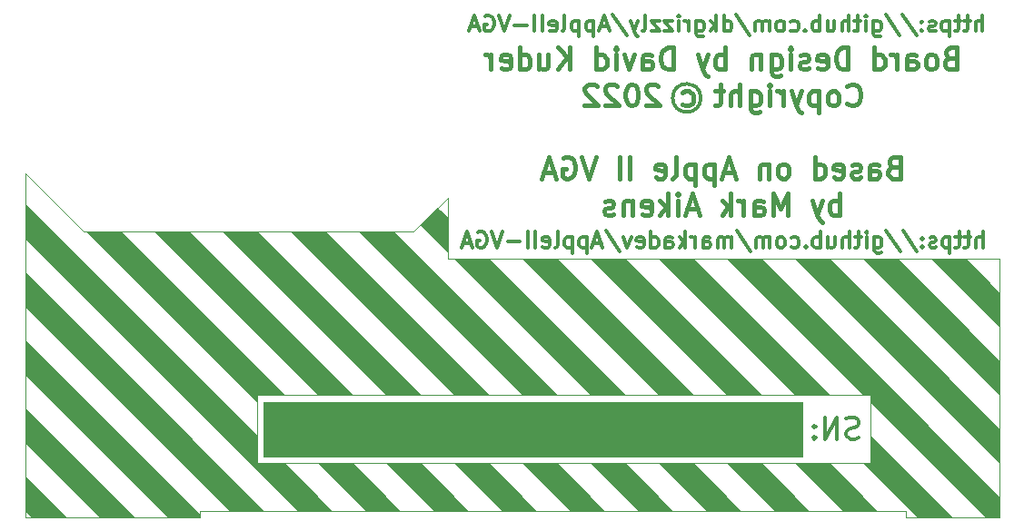
<source format=gbo>
%TF.GenerationSoftware,KiCad,Pcbnew,(5.1.10)-1*%
%TF.CreationDate,2023-04-17T01:05:29-04:00*%
%TF.ProjectId,V2-Analog-Rev1,56322d41-6e61-46c6-9f67-2d526576312e,rev?*%
%TF.SameCoordinates,Original*%
%TF.FileFunction,Legend,Bot*%
%TF.FilePolarity,Positive*%
%FSLAX46Y46*%
G04 Gerber Fmt 4.6, Leading zero omitted, Abs format (unit mm)*
G04 Created by KiCad (PCBNEW (5.1.10)-1) date 2023-04-17 01:05:29*
%MOMM*%
%LPD*%
G01*
G04 APERTURE LIST*
%ADD10C,0.120000*%
%ADD11C,0.100000*%
%ADD12C,0.300000*%
%ADD13C,0.400000*%
G04 APERTURE END LIST*
D10*
X109204000Y-125433000D02*
X109204000Y-126068000D01*
X183753000Y-101938000D02*
X183753000Y-126068000D01*
X174990000Y-126068000D02*
X183753000Y-126068000D01*
X174990000Y-125433000D02*
X174990000Y-126068000D01*
X109204000Y-125433000D02*
X174990000Y-125433000D01*
X92948000Y-126068000D02*
X109204000Y-126068000D01*
X92948000Y-93937000D02*
X92948000Y-126068000D01*
X98409000Y-99398000D02*
X92948000Y-93937000D01*
X129143000Y-99398000D02*
X98409000Y-99398000D01*
X132318000Y-96223000D02*
X129143000Y-99398000D01*
X132318000Y-101938000D02*
X132318000Y-96223000D01*
X183753000Y-101938000D02*
X132318000Y-101938000D01*
D11*
G36*
X132318000Y-98128000D02*
G01*
X132318000Y-101303000D01*
X129778000Y-98763000D01*
X131365500Y-97175500D01*
X132318000Y-98128000D01*
G37*
X132318000Y-98128000D02*
X132318000Y-101303000D01*
X129778000Y-98763000D01*
X131365500Y-97175500D01*
X132318000Y-98128000D01*
G36*
X179308000Y-126068000D02*
G01*
X176133000Y-126068000D01*
X171053000Y-120988000D01*
X171688000Y-120988000D01*
X171688000Y-118448000D01*
X179308000Y-126068000D01*
G37*
X179308000Y-126068000D02*
X176133000Y-126068000D01*
X171053000Y-120988000D01*
X171688000Y-120988000D01*
X171688000Y-118448000D01*
X179308000Y-126068000D01*
G36*
X172323000Y-125433000D02*
G01*
X169148000Y-125433000D01*
X164703000Y-120988000D01*
X167878000Y-120988000D01*
X172323000Y-125433000D01*
G37*
X172323000Y-125433000D02*
X169148000Y-125433000D01*
X164703000Y-120988000D01*
X167878000Y-120988000D01*
X172323000Y-125433000D01*
G36*
X165973000Y-125433000D02*
G01*
X162798000Y-125433000D01*
X158353000Y-120988000D01*
X161528000Y-120988000D01*
X165973000Y-125433000D01*
G37*
X165973000Y-125433000D02*
X162798000Y-125433000D01*
X158353000Y-120988000D01*
X161528000Y-120988000D01*
X165973000Y-125433000D01*
G36*
X159623000Y-125433000D02*
G01*
X156448000Y-125433000D01*
X152003000Y-120988000D01*
X155178000Y-120988000D01*
X159623000Y-125433000D01*
G37*
X159623000Y-125433000D02*
X156448000Y-125433000D01*
X152003000Y-120988000D01*
X155178000Y-120988000D01*
X159623000Y-125433000D01*
G36*
X153273000Y-125433000D02*
G01*
X150098000Y-125433000D01*
X145653000Y-120988000D01*
X148828000Y-120988000D01*
X153273000Y-125433000D01*
G37*
X153273000Y-125433000D02*
X150098000Y-125433000D01*
X145653000Y-120988000D01*
X148828000Y-120988000D01*
X153273000Y-125433000D01*
G36*
X146923000Y-125433000D02*
G01*
X143748000Y-125433000D01*
X139303000Y-120988000D01*
X142478000Y-120988000D01*
X146923000Y-125433000D01*
G37*
X146923000Y-125433000D02*
X143748000Y-125433000D01*
X139303000Y-120988000D01*
X142478000Y-120988000D01*
X146923000Y-125433000D01*
G36*
X140573000Y-125433000D02*
G01*
X137398000Y-125433000D01*
X132953000Y-120988000D01*
X136128000Y-120988000D01*
X140573000Y-125433000D01*
G37*
X140573000Y-125433000D02*
X137398000Y-125433000D01*
X132953000Y-120988000D01*
X136128000Y-120988000D01*
X140573000Y-125433000D01*
G36*
X134223000Y-125433000D02*
G01*
X131048000Y-125433000D01*
X126603000Y-120988000D01*
X129778000Y-120988000D01*
X134223000Y-125433000D01*
G37*
X134223000Y-125433000D02*
X131048000Y-125433000D01*
X126603000Y-120988000D01*
X129778000Y-120988000D01*
X134223000Y-125433000D01*
G36*
X127873000Y-125433000D02*
G01*
X124698000Y-125433000D01*
X120253000Y-120988000D01*
X123428000Y-120988000D01*
X127873000Y-125433000D01*
G37*
X127873000Y-125433000D02*
X124698000Y-125433000D01*
X120253000Y-120988000D01*
X123428000Y-120988000D01*
X127873000Y-125433000D01*
G36*
X96758000Y-126068000D02*
G01*
X93583000Y-126068000D01*
X92948000Y-125433000D01*
X92948000Y-122258000D01*
X96758000Y-126068000D01*
G37*
X96758000Y-126068000D02*
X93583000Y-126068000D01*
X92948000Y-125433000D01*
X92948000Y-122258000D01*
X96758000Y-126068000D01*
G36*
X103108000Y-126068000D02*
G01*
X99933000Y-126068000D01*
X92948000Y-119083000D01*
X92948000Y-115908000D01*
X103108000Y-126068000D01*
G37*
X103108000Y-126068000D02*
X99933000Y-126068000D01*
X92948000Y-119083000D01*
X92948000Y-115908000D01*
X103108000Y-126068000D01*
G36*
X183753000Y-105113000D02*
G01*
X183753000Y-108288000D01*
X177403000Y-101938000D01*
X180578000Y-101938000D01*
X183753000Y-105113000D01*
G37*
X183753000Y-105113000D02*
X183753000Y-108288000D01*
X177403000Y-101938000D01*
X180578000Y-101938000D01*
X183753000Y-105113000D01*
G36*
X183753000Y-111463000D02*
G01*
X183753000Y-114638000D01*
X171053000Y-101938000D01*
X174228000Y-101938000D01*
X183753000Y-111463000D01*
G37*
X183753000Y-111463000D02*
X183753000Y-114638000D01*
X171053000Y-101938000D01*
X174228000Y-101938000D01*
X183753000Y-111463000D01*
G36*
X183753000Y-117813000D02*
G01*
X183753000Y-120988000D01*
X164703000Y-101938000D01*
X167878000Y-101938000D01*
X183753000Y-117813000D01*
G37*
X183753000Y-117813000D02*
X183753000Y-120988000D01*
X164703000Y-101938000D01*
X167878000Y-101938000D01*
X183753000Y-117813000D01*
G36*
X183753000Y-124163000D02*
G01*
X183753000Y-126068000D01*
X182483000Y-126068000D01*
X171688000Y-115273000D01*
X171688000Y-114638000D01*
X171053000Y-114638000D01*
X158353000Y-101938000D01*
X161528000Y-101938000D01*
X183753000Y-124163000D01*
G37*
X183753000Y-124163000D02*
X183753000Y-126068000D01*
X182483000Y-126068000D01*
X171688000Y-115273000D01*
X171688000Y-114638000D01*
X171053000Y-114638000D01*
X158353000Y-101938000D01*
X161528000Y-101938000D01*
X183753000Y-124163000D01*
G36*
X167878000Y-114638000D02*
G01*
X164703000Y-114638000D01*
X152003000Y-101938000D01*
X155178000Y-101938000D01*
X167878000Y-114638000D01*
G37*
X167878000Y-114638000D02*
X164703000Y-114638000D01*
X152003000Y-101938000D01*
X155178000Y-101938000D01*
X167878000Y-114638000D01*
G36*
X161528000Y-114638000D02*
G01*
X158353000Y-114638000D01*
X145653000Y-101938000D01*
X148828000Y-101938000D01*
X161528000Y-114638000D01*
G37*
X161528000Y-114638000D02*
X158353000Y-114638000D01*
X145653000Y-101938000D01*
X148828000Y-101938000D01*
X161528000Y-114638000D01*
G36*
X155178000Y-114638000D02*
G01*
X152003000Y-114638000D01*
X139303000Y-101938000D01*
X142478000Y-101938000D01*
X155178000Y-114638000D01*
G37*
X155178000Y-114638000D02*
X152003000Y-114638000D01*
X139303000Y-101938000D01*
X142478000Y-101938000D01*
X155178000Y-114638000D01*
G36*
X148828000Y-114638000D02*
G01*
X145653000Y-114638000D01*
X132953000Y-101938000D01*
X136128000Y-101938000D01*
X148828000Y-114638000D01*
G37*
X148828000Y-114638000D02*
X145653000Y-114638000D01*
X132953000Y-101938000D01*
X136128000Y-101938000D01*
X148828000Y-114638000D01*
G36*
X142478000Y-114638000D02*
G01*
X139303000Y-114638000D01*
X124063000Y-99398000D01*
X127238000Y-99398000D01*
X142478000Y-114638000D01*
G37*
X142478000Y-114638000D02*
X139303000Y-114638000D01*
X124063000Y-99398000D01*
X127238000Y-99398000D01*
X142478000Y-114638000D01*
G36*
X136128000Y-114638000D02*
G01*
X132953000Y-114638000D01*
X117713000Y-99398000D01*
X120888000Y-99398000D01*
X136128000Y-114638000D01*
G37*
X136128000Y-114638000D02*
X132953000Y-114638000D01*
X117713000Y-99398000D01*
X120888000Y-99398000D01*
X136128000Y-114638000D01*
G36*
X115173000Y-125433000D02*
G01*
X111998000Y-125433000D01*
X92948000Y-106383000D01*
X92948000Y-103208000D01*
X115173000Y-125433000D01*
G37*
X115173000Y-125433000D02*
X111998000Y-125433000D01*
X92948000Y-106383000D01*
X92948000Y-103208000D01*
X115173000Y-125433000D01*
G36*
X109204000Y-125814000D02*
G01*
X109204000Y-126068000D01*
X106283000Y-126068000D01*
X92948000Y-112733000D01*
X92948000Y-109558000D01*
X109204000Y-125814000D01*
G37*
X109204000Y-125814000D02*
X109204000Y-126068000D01*
X106283000Y-126068000D01*
X92948000Y-112733000D01*
X92948000Y-109558000D01*
X109204000Y-125814000D01*
G36*
X123428000Y-114638000D02*
G01*
X120253000Y-114638000D01*
X105013000Y-99398000D01*
X108188000Y-99398000D01*
X123428000Y-114638000D01*
G37*
X123428000Y-114638000D02*
X120253000Y-114638000D01*
X105013000Y-99398000D01*
X108188000Y-99398000D01*
X123428000Y-114638000D01*
G36*
X117078000Y-114638000D02*
G01*
X114538000Y-114638000D01*
X114538000Y-115273000D01*
X98663000Y-99398000D01*
X101838000Y-99398000D01*
X117078000Y-114638000D01*
G37*
X117078000Y-114638000D02*
X114538000Y-114638000D01*
X114538000Y-115273000D01*
X98663000Y-99398000D01*
X101838000Y-99398000D01*
X117078000Y-114638000D01*
G36*
X114538000Y-118448000D02*
G01*
X114538000Y-120988000D01*
X117078000Y-120988000D01*
X121523000Y-125433000D01*
X118348000Y-125433000D01*
X92948000Y-100033000D01*
X92948000Y-96858000D01*
X114538000Y-118448000D01*
G37*
X114538000Y-118448000D02*
X114538000Y-120988000D01*
X117078000Y-120988000D01*
X121523000Y-125433000D01*
X118348000Y-125433000D01*
X92948000Y-100033000D01*
X92948000Y-96858000D01*
X114538000Y-118448000D01*
G36*
X129778000Y-114638000D02*
G01*
X126603000Y-114638000D01*
X111363000Y-99398000D01*
X114538000Y-99398000D01*
X129778000Y-114638000D01*
G37*
X129778000Y-114638000D02*
X126603000Y-114638000D01*
X111363000Y-99398000D01*
X114538000Y-99398000D01*
X129778000Y-114638000D01*
D12*
X170608238Y-118622523D02*
X170322523Y-118717761D01*
X169846333Y-118717761D01*
X169655857Y-118622523D01*
X169560619Y-118527285D01*
X169465380Y-118336809D01*
X169465380Y-118146333D01*
X169560619Y-117955857D01*
X169655857Y-117860619D01*
X169846333Y-117765380D01*
X170227285Y-117670142D01*
X170417761Y-117574904D01*
X170513000Y-117479666D01*
X170608238Y-117289190D01*
X170608238Y-117098714D01*
X170513000Y-116908238D01*
X170417761Y-116813000D01*
X170227285Y-116717761D01*
X169751095Y-116717761D01*
X169465380Y-116813000D01*
X168608238Y-118717761D02*
X168608238Y-116717761D01*
X167465380Y-118717761D01*
X167465380Y-116717761D01*
X166513000Y-118527285D02*
X166417761Y-118622523D01*
X166513000Y-118717761D01*
X166608238Y-118622523D01*
X166513000Y-118527285D01*
X166513000Y-118717761D01*
X166513000Y-117479666D02*
X166417761Y-117574904D01*
X166513000Y-117670142D01*
X166608238Y-117574904D01*
X166513000Y-117479666D01*
X166513000Y-117670142D01*
D11*
G36*
X165338000Y-120353000D02*
G01*
X115173000Y-120353000D01*
X115173000Y-115273000D01*
X165338000Y-115273000D01*
X165338000Y-120353000D01*
G37*
X165338000Y-120353000D02*
X115173000Y-120353000D01*
X115173000Y-115273000D01*
X165338000Y-115273000D01*
X165338000Y-120353000D01*
D10*
X171688000Y-120988000D02*
X171688000Y-114638000D01*
X114538000Y-120988000D02*
X171688000Y-120988000D01*
X114538000Y-114638000D02*
X114538000Y-120988000D01*
X171688000Y-114638000D02*
X114538000Y-114638000D01*
D12*
X155921916Y-86906584D02*
G75*
G03*
X155921916Y-86906584I-1315416J0D01*
G01*
X182149028Y-80696371D02*
X182149028Y-79196371D01*
X181506171Y-80696371D02*
X181506171Y-79910657D01*
X181577600Y-79767800D01*
X181720457Y-79696371D01*
X181934742Y-79696371D01*
X182077600Y-79767800D01*
X182149028Y-79839228D01*
X181006171Y-79696371D02*
X180434742Y-79696371D01*
X180791885Y-79196371D02*
X180791885Y-80482085D01*
X180720457Y-80624942D01*
X180577600Y-80696371D01*
X180434742Y-80696371D01*
X180149028Y-79696371D02*
X179577600Y-79696371D01*
X179934742Y-79196371D02*
X179934742Y-80482085D01*
X179863314Y-80624942D01*
X179720457Y-80696371D01*
X179577600Y-80696371D01*
X179077600Y-79696371D02*
X179077600Y-81196371D01*
X179077600Y-79767800D02*
X178934742Y-79696371D01*
X178649028Y-79696371D01*
X178506171Y-79767800D01*
X178434742Y-79839228D01*
X178363314Y-79982085D01*
X178363314Y-80410657D01*
X178434742Y-80553514D01*
X178506171Y-80624942D01*
X178649028Y-80696371D01*
X178934742Y-80696371D01*
X179077600Y-80624942D01*
X177791885Y-80624942D02*
X177649028Y-80696371D01*
X177363314Y-80696371D01*
X177220457Y-80624942D01*
X177149028Y-80482085D01*
X177149028Y-80410657D01*
X177220457Y-80267800D01*
X177363314Y-80196371D01*
X177577600Y-80196371D01*
X177720457Y-80124942D01*
X177791885Y-79982085D01*
X177791885Y-79910657D01*
X177720457Y-79767800D01*
X177577600Y-79696371D01*
X177363314Y-79696371D01*
X177220457Y-79767800D01*
X176506171Y-80553514D02*
X176434742Y-80624942D01*
X176506171Y-80696371D01*
X176577600Y-80624942D01*
X176506171Y-80553514D01*
X176506171Y-80696371D01*
X176506171Y-79767800D02*
X176434742Y-79839228D01*
X176506171Y-79910657D01*
X176577600Y-79839228D01*
X176506171Y-79767800D01*
X176506171Y-79910657D01*
X174720457Y-79124942D02*
X176006171Y-81053514D01*
X173149028Y-79124942D02*
X174434742Y-81053514D01*
X172006171Y-79696371D02*
X172006171Y-80910657D01*
X172077600Y-81053514D01*
X172149028Y-81124942D01*
X172291885Y-81196371D01*
X172506171Y-81196371D01*
X172649028Y-81124942D01*
X172006171Y-80624942D02*
X172149028Y-80696371D01*
X172434742Y-80696371D01*
X172577600Y-80624942D01*
X172649028Y-80553514D01*
X172720457Y-80410657D01*
X172720457Y-79982085D01*
X172649028Y-79839228D01*
X172577600Y-79767800D01*
X172434742Y-79696371D01*
X172149028Y-79696371D01*
X172006171Y-79767800D01*
X171291885Y-80696371D02*
X171291885Y-79696371D01*
X171291885Y-79196371D02*
X171363314Y-79267800D01*
X171291885Y-79339228D01*
X171220457Y-79267800D01*
X171291885Y-79196371D01*
X171291885Y-79339228D01*
X170791885Y-79696371D02*
X170220457Y-79696371D01*
X170577599Y-79196371D02*
X170577599Y-80482085D01*
X170506171Y-80624942D01*
X170363314Y-80696371D01*
X170220457Y-80696371D01*
X169720457Y-80696371D02*
X169720457Y-79196371D01*
X169077599Y-80696371D02*
X169077599Y-79910657D01*
X169149028Y-79767800D01*
X169291885Y-79696371D01*
X169506171Y-79696371D01*
X169649028Y-79767800D01*
X169720457Y-79839228D01*
X167720457Y-79696371D02*
X167720457Y-80696371D01*
X168363314Y-79696371D02*
X168363314Y-80482085D01*
X168291885Y-80624942D01*
X168149028Y-80696371D01*
X167934742Y-80696371D01*
X167791885Y-80624942D01*
X167720457Y-80553514D01*
X167006171Y-80696371D02*
X167006171Y-79196371D01*
X167006171Y-79767800D02*
X166863314Y-79696371D01*
X166577599Y-79696371D01*
X166434742Y-79767800D01*
X166363314Y-79839228D01*
X166291885Y-79982085D01*
X166291885Y-80410657D01*
X166363314Y-80553514D01*
X166434742Y-80624942D01*
X166577599Y-80696371D01*
X166863314Y-80696371D01*
X167006171Y-80624942D01*
X165649028Y-80553514D02*
X165577599Y-80624942D01*
X165649028Y-80696371D01*
X165720457Y-80624942D01*
X165649028Y-80553514D01*
X165649028Y-80696371D01*
X164291885Y-80624942D02*
X164434742Y-80696371D01*
X164720457Y-80696371D01*
X164863314Y-80624942D01*
X164934742Y-80553514D01*
X165006171Y-80410657D01*
X165006171Y-79982085D01*
X164934742Y-79839228D01*
X164863314Y-79767800D01*
X164720457Y-79696371D01*
X164434742Y-79696371D01*
X164291885Y-79767800D01*
X163434742Y-80696371D02*
X163577599Y-80624942D01*
X163649028Y-80553514D01*
X163720457Y-80410657D01*
X163720457Y-79982085D01*
X163649028Y-79839228D01*
X163577599Y-79767800D01*
X163434742Y-79696371D01*
X163220457Y-79696371D01*
X163077599Y-79767800D01*
X163006171Y-79839228D01*
X162934742Y-79982085D01*
X162934742Y-80410657D01*
X163006171Y-80553514D01*
X163077599Y-80624942D01*
X163220457Y-80696371D01*
X163434742Y-80696371D01*
X162291885Y-80696371D02*
X162291885Y-79696371D01*
X162291885Y-79839228D02*
X162220457Y-79767800D01*
X162077599Y-79696371D01*
X161863314Y-79696371D01*
X161720457Y-79767800D01*
X161649028Y-79910657D01*
X161649028Y-80696371D01*
X161649028Y-79910657D02*
X161577599Y-79767800D01*
X161434742Y-79696371D01*
X161220457Y-79696371D01*
X161077599Y-79767800D01*
X161006171Y-79910657D01*
X161006171Y-80696371D01*
X159220457Y-79124942D02*
X160506171Y-81053514D01*
X158077599Y-80696371D02*
X158077599Y-79196371D01*
X158077599Y-80624942D02*
X158220457Y-80696371D01*
X158506171Y-80696371D01*
X158649028Y-80624942D01*
X158720457Y-80553514D01*
X158791885Y-80410657D01*
X158791885Y-79982085D01*
X158720457Y-79839228D01*
X158649028Y-79767800D01*
X158506171Y-79696371D01*
X158220457Y-79696371D01*
X158077599Y-79767800D01*
X157363314Y-80696371D02*
X157363314Y-79196371D01*
X157220457Y-80124942D02*
X156791885Y-80696371D01*
X156791885Y-79696371D02*
X157363314Y-80267800D01*
X155506171Y-79696371D02*
X155506171Y-80910657D01*
X155577599Y-81053514D01*
X155649028Y-81124942D01*
X155791885Y-81196371D01*
X156006171Y-81196371D01*
X156149028Y-81124942D01*
X155506171Y-80624942D02*
X155649028Y-80696371D01*
X155934742Y-80696371D01*
X156077599Y-80624942D01*
X156149028Y-80553514D01*
X156220457Y-80410657D01*
X156220457Y-79982085D01*
X156149028Y-79839228D01*
X156077599Y-79767800D01*
X155934742Y-79696371D01*
X155649028Y-79696371D01*
X155506171Y-79767800D01*
X154791885Y-80696371D02*
X154791885Y-79696371D01*
X154791885Y-79982085D02*
X154720457Y-79839228D01*
X154649028Y-79767800D01*
X154506171Y-79696371D01*
X154363314Y-79696371D01*
X153863314Y-80696371D02*
X153863314Y-79696371D01*
X153863314Y-79196371D02*
X153934742Y-79267800D01*
X153863314Y-79339228D01*
X153791885Y-79267800D01*
X153863314Y-79196371D01*
X153863314Y-79339228D01*
X153291885Y-79696371D02*
X152506171Y-79696371D01*
X153291885Y-80696371D01*
X152506171Y-80696371D01*
X152077599Y-79696371D02*
X151291885Y-79696371D01*
X152077599Y-80696371D01*
X151291885Y-80696371D01*
X150506171Y-80696371D02*
X150649028Y-80624942D01*
X150720457Y-80482085D01*
X150720457Y-79196371D01*
X150077599Y-79696371D02*
X149720457Y-80696371D01*
X149363314Y-79696371D02*
X149720457Y-80696371D01*
X149863314Y-81053514D01*
X149934742Y-81124942D01*
X150077599Y-81196371D01*
X147720457Y-79124942D02*
X149006171Y-81053514D01*
X147291885Y-80267800D02*
X146577599Y-80267800D01*
X147434742Y-80696371D02*
X146934742Y-79196371D01*
X146434742Y-80696371D01*
X145934742Y-79696371D02*
X145934742Y-81196371D01*
X145934742Y-79767800D02*
X145791885Y-79696371D01*
X145506171Y-79696371D01*
X145363314Y-79767800D01*
X145291885Y-79839228D01*
X145220457Y-79982085D01*
X145220457Y-80410657D01*
X145291885Y-80553514D01*
X145363314Y-80624942D01*
X145506171Y-80696371D01*
X145791885Y-80696371D01*
X145934742Y-80624942D01*
X144577599Y-79696371D02*
X144577599Y-81196371D01*
X144577599Y-79767800D02*
X144434742Y-79696371D01*
X144149028Y-79696371D01*
X144006171Y-79767800D01*
X143934742Y-79839228D01*
X143863314Y-79982085D01*
X143863314Y-80410657D01*
X143934742Y-80553514D01*
X144006171Y-80624942D01*
X144149028Y-80696371D01*
X144434742Y-80696371D01*
X144577599Y-80624942D01*
X143006171Y-80696371D02*
X143149028Y-80624942D01*
X143220457Y-80482085D01*
X143220457Y-79196371D01*
X141863314Y-80624942D02*
X142006171Y-80696371D01*
X142291885Y-80696371D01*
X142434742Y-80624942D01*
X142506171Y-80482085D01*
X142506171Y-79910657D01*
X142434742Y-79767800D01*
X142291885Y-79696371D01*
X142006171Y-79696371D01*
X141863314Y-79767800D01*
X141791885Y-79910657D01*
X141791885Y-80053514D01*
X142506171Y-80196371D01*
X141149028Y-80696371D02*
X141149028Y-79196371D01*
X140434742Y-80696371D02*
X140434742Y-79196371D01*
X139720457Y-80124942D02*
X138577599Y-80124942D01*
X138077599Y-79196371D02*
X137577599Y-80696371D01*
X137077599Y-79196371D01*
X135791885Y-79267800D02*
X135934742Y-79196371D01*
X136149028Y-79196371D01*
X136363314Y-79267800D01*
X136506171Y-79410657D01*
X136577599Y-79553514D01*
X136649028Y-79839228D01*
X136649028Y-80053514D01*
X136577599Y-80339228D01*
X136506171Y-80482085D01*
X136363314Y-80624942D01*
X136149028Y-80696371D01*
X136006171Y-80696371D01*
X135791885Y-80624942D01*
X135720457Y-80553514D01*
X135720457Y-80053514D01*
X136006171Y-80053514D01*
X135149028Y-80267800D02*
X134434742Y-80267800D01*
X135291885Y-80696371D02*
X134791885Y-79196371D01*
X134291885Y-80696371D01*
X182201371Y-100889371D02*
X182201371Y-99389371D01*
X181558514Y-100889371D02*
X181558514Y-100103657D01*
X181629942Y-99960800D01*
X181772800Y-99889371D01*
X181987085Y-99889371D01*
X182129942Y-99960800D01*
X182201371Y-100032228D01*
X181058514Y-99889371D02*
X180487085Y-99889371D01*
X180844228Y-99389371D02*
X180844228Y-100675085D01*
X180772800Y-100817942D01*
X180629942Y-100889371D01*
X180487085Y-100889371D01*
X180201371Y-99889371D02*
X179629942Y-99889371D01*
X179987085Y-99389371D02*
X179987085Y-100675085D01*
X179915657Y-100817942D01*
X179772800Y-100889371D01*
X179629942Y-100889371D01*
X179129942Y-99889371D02*
X179129942Y-101389371D01*
X179129942Y-99960800D02*
X178987085Y-99889371D01*
X178701371Y-99889371D01*
X178558514Y-99960800D01*
X178487085Y-100032228D01*
X178415657Y-100175085D01*
X178415657Y-100603657D01*
X178487085Y-100746514D01*
X178558514Y-100817942D01*
X178701371Y-100889371D01*
X178987085Y-100889371D01*
X179129942Y-100817942D01*
X177844228Y-100817942D02*
X177701371Y-100889371D01*
X177415657Y-100889371D01*
X177272800Y-100817942D01*
X177201371Y-100675085D01*
X177201371Y-100603657D01*
X177272800Y-100460800D01*
X177415657Y-100389371D01*
X177629942Y-100389371D01*
X177772800Y-100317942D01*
X177844228Y-100175085D01*
X177844228Y-100103657D01*
X177772800Y-99960800D01*
X177629942Y-99889371D01*
X177415657Y-99889371D01*
X177272800Y-99960800D01*
X176558514Y-100746514D02*
X176487085Y-100817942D01*
X176558514Y-100889371D01*
X176629942Y-100817942D01*
X176558514Y-100746514D01*
X176558514Y-100889371D01*
X176558514Y-99960800D02*
X176487085Y-100032228D01*
X176558514Y-100103657D01*
X176629942Y-100032228D01*
X176558514Y-99960800D01*
X176558514Y-100103657D01*
X174772800Y-99317942D02*
X176058514Y-101246514D01*
X173201371Y-99317942D02*
X174487085Y-101246514D01*
X172058514Y-99889371D02*
X172058514Y-101103657D01*
X172129942Y-101246514D01*
X172201371Y-101317942D01*
X172344228Y-101389371D01*
X172558514Y-101389371D01*
X172701371Y-101317942D01*
X172058514Y-100817942D02*
X172201371Y-100889371D01*
X172487085Y-100889371D01*
X172629942Y-100817942D01*
X172701371Y-100746514D01*
X172772800Y-100603657D01*
X172772800Y-100175085D01*
X172701371Y-100032228D01*
X172629942Y-99960800D01*
X172487085Y-99889371D01*
X172201371Y-99889371D01*
X172058514Y-99960800D01*
X171344228Y-100889371D02*
X171344228Y-99889371D01*
X171344228Y-99389371D02*
X171415657Y-99460800D01*
X171344228Y-99532228D01*
X171272800Y-99460800D01*
X171344228Y-99389371D01*
X171344228Y-99532228D01*
X170844228Y-99889371D02*
X170272800Y-99889371D01*
X170629942Y-99389371D02*
X170629942Y-100675085D01*
X170558514Y-100817942D01*
X170415657Y-100889371D01*
X170272800Y-100889371D01*
X169772800Y-100889371D02*
X169772800Y-99389371D01*
X169129942Y-100889371D02*
X169129942Y-100103657D01*
X169201371Y-99960800D01*
X169344228Y-99889371D01*
X169558514Y-99889371D01*
X169701371Y-99960800D01*
X169772800Y-100032228D01*
X167772800Y-99889371D02*
X167772800Y-100889371D01*
X168415657Y-99889371D02*
X168415657Y-100675085D01*
X168344228Y-100817942D01*
X168201371Y-100889371D01*
X167987085Y-100889371D01*
X167844228Y-100817942D01*
X167772800Y-100746514D01*
X167058514Y-100889371D02*
X167058514Y-99389371D01*
X167058514Y-99960800D02*
X166915657Y-99889371D01*
X166629942Y-99889371D01*
X166487085Y-99960800D01*
X166415657Y-100032228D01*
X166344228Y-100175085D01*
X166344228Y-100603657D01*
X166415657Y-100746514D01*
X166487085Y-100817942D01*
X166629942Y-100889371D01*
X166915657Y-100889371D01*
X167058514Y-100817942D01*
X165701371Y-100746514D02*
X165629942Y-100817942D01*
X165701371Y-100889371D01*
X165772799Y-100817942D01*
X165701371Y-100746514D01*
X165701371Y-100889371D01*
X164344228Y-100817942D02*
X164487085Y-100889371D01*
X164772800Y-100889371D01*
X164915657Y-100817942D01*
X164987085Y-100746514D01*
X165058514Y-100603657D01*
X165058514Y-100175085D01*
X164987085Y-100032228D01*
X164915657Y-99960800D01*
X164772800Y-99889371D01*
X164487085Y-99889371D01*
X164344228Y-99960800D01*
X163487085Y-100889371D02*
X163629942Y-100817942D01*
X163701371Y-100746514D01*
X163772799Y-100603657D01*
X163772799Y-100175085D01*
X163701371Y-100032228D01*
X163629942Y-99960800D01*
X163487085Y-99889371D01*
X163272799Y-99889371D01*
X163129942Y-99960800D01*
X163058514Y-100032228D01*
X162987085Y-100175085D01*
X162987085Y-100603657D01*
X163058514Y-100746514D01*
X163129942Y-100817942D01*
X163272799Y-100889371D01*
X163487085Y-100889371D01*
X162344228Y-100889371D02*
X162344228Y-99889371D01*
X162344228Y-100032228D02*
X162272799Y-99960800D01*
X162129942Y-99889371D01*
X161915657Y-99889371D01*
X161772799Y-99960800D01*
X161701371Y-100103657D01*
X161701371Y-100889371D01*
X161701371Y-100103657D02*
X161629942Y-99960800D01*
X161487085Y-99889371D01*
X161272799Y-99889371D01*
X161129942Y-99960800D01*
X161058514Y-100103657D01*
X161058514Y-100889371D01*
X159272799Y-99317942D02*
X160558514Y-101246514D01*
X158772799Y-100889371D02*
X158772799Y-99889371D01*
X158772799Y-100032228D02*
X158701371Y-99960800D01*
X158558514Y-99889371D01*
X158344228Y-99889371D01*
X158201371Y-99960800D01*
X158129942Y-100103657D01*
X158129942Y-100889371D01*
X158129942Y-100103657D02*
X158058514Y-99960800D01*
X157915657Y-99889371D01*
X157701371Y-99889371D01*
X157558514Y-99960800D01*
X157487085Y-100103657D01*
X157487085Y-100889371D01*
X156129942Y-100889371D02*
X156129942Y-100103657D01*
X156201371Y-99960800D01*
X156344228Y-99889371D01*
X156629942Y-99889371D01*
X156772799Y-99960800D01*
X156129942Y-100817942D02*
X156272799Y-100889371D01*
X156629942Y-100889371D01*
X156772799Y-100817942D01*
X156844228Y-100675085D01*
X156844228Y-100532228D01*
X156772799Y-100389371D01*
X156629942Y-100317942D01*
X156272799Y-100317942D01*
X156129942Y-100246514D01*
X155415657Y-100889371D02*
X155415657Y-99889371D01*
X155415657Y-100175085D02*
X155344228Y-100032228D01*
X155272799Y-99960800D01*
X155129942Y-99889371D01*
X154987085Y-99889371D01*
X154487085Y-100889371D02*
X154487085Y-99389371D01*
X154344228Y-100317942D02*
X153915657Y-100889371D01*
X153915657Y-99889371D02*
X154487085Y-100460800D01*
X152629942Y-100889371D02*
X152629942Y-100103657D01*
X152701371Y-99960800D01*
X152844228Y-99889371D01*
X153129942Y-99889371D01*
X153272799Y-99960800D01*
X152629942Y-100817942D02*
X152772799Y-100889371D01*
X153129942Y-100889371D01*
X153272799Y-100817942D01*
X153344228Y-100675085D01*
X153344228Y-100532228D01*
X153272799Y-100389371D01*
X153129942Y-100317942D01*
X152772799Y-100317942D01*
X152629942Y-100246514D01*
X151272799Y-100889371D02*
X151272799Y-99389371D01*
X151272799Y-100817942D02*
X151415657Y-100889371D01*
X151701371Y-100889371D01*
X151844228Y-100817942D01*
X151915657Y-100746514D01*
X151987085Y-100603657D01*
X151987085Y-100175085D01*
X151915657Y-100032228D01*
X151844228Y-99960800D01*
X151701371Y-99889371D01*
X151415657Y-99889371D01*
X151272799Y-99960800D01*
X149987085Y-100817942D02*
X150129942Y-100889371D01*
X150415657Y-100889371D01*
X150558514Y-100817942D01*
X150629942Y-100675085D01*
X150629942Y-100103657D01*
X150558514Y-99960800D01*
X150415657Y-99889371D01*
X150129942Y-99889371D01*
X149987085Y-99960800D01*
X149915657Y-100103657D01*
X149915657Y-100246514D01*
X150629942Y-100389371D01*
X149415657Y-99889371D02*
X149058514Y-100889371D01*
X148701371Y-99889371D01*
X147058514Y-99317942D02*
X148344228Y-101246514D01*
X146629942Y-100460800D02*
X145915657Y-100460800D01*
X146772799Y-100889371D02*
X146272799Y-99389371D01*
X145772799Y-100889371D01*
X145272799Y-99889371D02*
X145272799Y-101389371D01*
X145272799Y-99960800D02*
X145129942Y-99889371D01*
X144844228Y-99889371D01*
X144701371Y-99960800D01*
X144629942Y-100032228D01*
X144558514Y-100175085D01*
X144558514Y-100603657D01*
X144629942Y-100746514D01*
X144701371Y-100817942D01*
X144844228Y-100889371D01*
X145129942Y-100889371D01*
X145272799Y-100817942D01*
X143915657Y-99889371D02*
X143915657Y-101389371D01*
X143915657Y-99960800D02*
X143772799Y-99889371D01*
X143487085Y-99889371D01*
X143344228Y-99960800D01*
X143272799Y-100032228D01*
X143201371Y-100175085D01*
X143201371Y-100603657D01*
X143272799Y-100746514D01*
X143344228Y-100817942D01*
X143487085Y-100889371D01*
X143772799Y-100889371D01*
X143915657Y-100817942D01*
X142344228Y-100889371D02*
X142487085Y-100817942D01*
X142558514Y-100675085D01*
X142558514Y-99389371D01*
X141201371Y-100817942D02*
X141344228Y-100889371D01*
X141629942Y-100889371D01*
X141772799Y-100817942D01*
X141844228Y-100675085D01*
X141844228Y-100103657D01*
X141772799Y-99960800D01*
X141629942Y-99889371D01*
X141344228Y-99889371D01*
X141201371Y-99960800D01*
X141129942Y-100103657D01*
X141129942Y-100246514D01*
X141844228Y-100389371D01*
X140487085Y-100889371D02*
X140487085Y-99389371D01*
X139772799Y-100889371D02*
X139772799Y-99389371D01*
X139058514Y-100317942D02*
X137915657Y-100317942D01*
X137415657Y-99389371D02*
X136915657Y-100889371D01*
X136415657Y-99389371D01*
X135129942Y-99460800D02*
X135272799Y-99389371D01*
X135487085Y-99389371D01*
X135701371Y-99460800D01*
X135844228Y-99603657D01*
X135915657Y-99746514D01*
X135987085Y-100032228D01*
X135987085Y-100246514D01*
X135915657Y-100532228D01*
X135844228Y-100675085D01*
X135701371Y-100817942D01*
X135487085Y-100889371D01*
X135344228Y-100889371D01*
X135129942Y-100817942D01*
X135058514Y-100746514D01*
X135058514Y-100246514D01*
X135344228Y-100246514D01*
X134487085Y-100460800D02*
X133772799Y-100460800D01*
X134629942Y-100889371D02*
X134129942Y-99389371D01*
X133629942Y-100889371D01*
D13*
X179137076Y-83171442D02*
X178851361Y-83266680D01*
X178756123Y-83361919D01*
X178660885Y-83552395D01*
X178660885Y-83838109D01*
X178756123Y-84028585D01*
X178851361Y-84123823D01*
X179041838Y-84219061D01*
X179803742Y-84219061D01*
X179803742Y-82219061D01*
X179137076Y-82219061D01*
X178946600Y-82314300D01*
X178851361Y-82409538D01*
X178756123Y-82600014D01*
X178756123Y-82790490D01*
X178851361Y-82980966D01*
X178946600Y-83076204D01*
X179137076Y-83171442D01*
X179803742Y-83171442D01*
X177518028Y-84219061D02*
X177708504Y-84123823D01*
X177803742Y-84028585D01*
X177898980Y-83838109D01*
X177898980Y-83266680D01*
X177803742Y-83076204D01*
X177708504Y-82980966D01*
X177518028Y-82885728D01*
X177232314Y-82885728D01*
X177041838Y-82980966D01*
X176946600Y-83076204D01*
X176851361Y-83266680D01*
X176851361Y-83838109D01*
X176946600Y-84028585D01*
X177041838Y-84123823D01*
X177232314Y-84219061D01*
X177518028Y-84219061D01*
X175137076Y-84219061D02*
X175137076Y-83171442D01*
X175232314Y-82980966D01*
X175422790Y-82885728D01*
X175803742Y-82885728D01*
X175994219Y-82980966D01*
X175137076Y-84123823D02*
X175327552Y-84219061D01*
X175803742Y-84219061D01*
X175994219Y-84123823D01*
X176089457Y-83933347D01*
X176089457Y-83742871D01*
X175994219Y-83552395D01*
X175803742Y-83457157D01*
X175327552Y-83457157D01*
X175137076Y-83361919D01*
X174184695Y-84219061D02*
X174184695Y-82885728D01*
X174184695Y-83266680D02*
X174089457Y-83076204D01*
X173994219Y-82980966D01*
X173803742Y-82885728D01*
X173613266Y-82885728D01*
X172089457Y-84219061D02*
X172089457Y-82219061D01*
X172089457Y-84123823D02*
X172279933Y-84219061D01*
X172660885Y-84219061D01*
X172851361Y-84123823D01*
X172946600Y-84028585D01*
X173041838Y-83838109D01*
X173041838Y-83266680D01*
X172946600Y-83076204D01*
X172851361Y-82980966D01*
X172660885Y-82885728D01*
X172279933Y-82885728D01*
X172089457Y-82980966D01*
X169613266Y-84219061D02*
X169613266Y-82219061D01*
X169137076Y-82219061D01*
X168851361Y-82314300D01*
X168660885Y-82504776D01*
X168565647Y-82695252D01*
X168470409Y-83076204D01*
X168470409Y-83361919D01*
X168565647Y-83742871D01*
X168660885Y-83933347D01*
X168851361Y-84123823D01*
X169137076Y-84219061D01*
X169613266Y-84219061D01*
X166851361Y-84123823D02*
X167041838Y-84219061D01*
X167422790Y-84219061D01*
X167613266Y-84123823D01*
X167708504Y-83933347D01*
X167708504Y-83171442D01*
X167613266Y-82980966D01*
X167422790Y-82885728D01*
X167041838Y-82885728D01*
X166851361Y-82980966D01*
X166756123Y-83171442D01*
X166756123Y-83361919D01*
X167708504Y-83552395D01*
X165994219Y-84123823D02*
X165803742Y-84219061D01*
X165422790Y-84219061D01*
X165232314Y-84123823D01*
X165137076Y-83933347D01*
X165137076Y-83838109D01*
X165232314Y-83647633D01*
X165422790Y-83552395D01*
X165708504Y-83552395D01*
X165898980Y-83457157D01*
X165994219Y-83266680D01*
X165994219Y-83171442D01*
X165898980Y-82980966D01*
X165708504Y-82885728D01*
X165422790Y-82885728D01*
X165232314Y-82980966D01*
X164279933Y-84219061D02*
X164279933Y-82885728D01*
X164279933Y-82219061D02*
X164375171Y-82314300D01*
X164279933Y-82409538D01*
X164184695Y-82314300D01*
X164279933Y-82219061D01*
X164279933Y-82409538D01*
X162470409Y-82885728D02*
X162470409Y-84504776D01*
X162565647Y-84695252D01*
X162660885Y-84790490D01*
X162851361Y-84885728D01*
X163137076Y-84885728D01*
X163327552Y-84790490D01*
X162470409Y-84123823D02*
X162660885Y-84219061D01*
X163041838Y-84219061D01*
X163232314Y-84123823D01*
X163327552Y-84028585D01*
X163422790Y-83838109D01*
X163422790Y-83266680D01*
X163327552Y-83076204D01*
X163232314Y-82980966D01*
X163041838Y-82885728D01*
X162660885Y-82885728D01*
X162470409Y-82980966D01*
X161518028Y-82885728D02*
X161518028Y-84219061D01*
X161518028Y-83076204D02*
X161422790Y-82980966D01*
X161232314Y-82885728D01*
X160946600Y-82885728D01*
X160756123Y-82980966D01*
X160660885Y-83171442D01*
X160660885Y-84219061D01*
X158184695Y-84219061D02*
X158184695Y-82219061D01*
X158184695Y-82980966D02*
X157994219Y-82885728D01*
X157613266Y-82885728D01*
X157422790Y-82980966D01*
X157327552Y-83076204D01*
X157232314Y-83266680D01*
X157232314Y-83838109D01*
X157327552Y-84028585D01*
X157422790Y-84123823D01*
X157613266Y-84219061D01*
X157994219Y-84219061D01*
X158184695Y-84123823D01*
X156565647Y-82885728D02*
X156089457Y-84219061D01*
X155613266Y-82885728D02*
X156089457Y-84219061D01*
X156279933Y-84695252D01*
X156375171Y-84790490D01*
X156565647Y-84885728D01*
X153327552Y-84219061D02*
X153327552Y-82219061D01*
X152851361Y-82219061D01*
X152565647Y-82314300D01*
X152375171Y-82504776D01*
X152279933Y-82695252D01*
X152184695Y-83076204D01*
X152184695Y-83361919D01*
X152279933Y-83742871D01*
X152375171Y-83933347D01*
X152565647Y-84123823D01*
X152851361Y-84219061D01*
X153327552Y-84219061D01*
X150470409Y-84219061D02*
X150470409Y-83171442D01*
X150565647Y-82980966D01*
X150756123Y-82885728D01*
X151137076Y-82885728D01*
X151327552Y-82980966D01*
X150470409Y-84123823D02*
X150660885Y-84219061D01*
X151137076Y-84219061D01*
X151327552Y-84123823D01*
X151422790Y-83933347D01*
X151422790Y-83742871D01*
X151327552Y-83552395D01*
X151137076Y-83457157D01*
X150660885Y-83457157D01*
X150470409Y-83361919D01*
X149708504Y-82885728D02*
X149232314Y-84219061D01*
X148756123Y-82885728D01*
X147994219Y-84219061D02*
X147994219Y-82885728D01*
X147994219Y-82219061D02*
X148089457Y-82314300D01*
X147994219Y-82409538D01*
X147898980Y-82314300D01*
X147994219Y-82219061D01*
X147994219Y-82409538D01*
X146184695Y-84219061D02*
X146184695Y-82219061D01*
X146184695Y-84123823D02*
X146375171Y-84219061D01*
X146756123Y-84219061D01*
X146946600Y-84123823D01*
X147041838Y-84028585D01*
X147137076Y-83838109D01*
X147137076Y-83266680D01*
X147041838Y-83076204D01*
X146946600Y-82980966D01*
X146756123Y-82885728D01*
X146375171Y-82885728D01*
X146184695Y-82980966D01*
X143708504Y-84219061D02*
X143708504Y-82219061D01*
X142565647Y-84219061D02*
X143422790Y-83076204D01*
X142565647Y-82219061D02*
X143708504Y-83361919D01*
X140851361Y-82885728D02*
X140851361Y-84219061D01*
X141708504Y-82885728D02*
X141708504Y-83933347D01*
X141613266Y-84123823D01*
X141422790Y-84219061D01*
X141137076Y-84219061D01*
X140946600Y-84123823D01*
X140851361Y-84028585D01*
X139041838Y-84219061D02*
X139041838Y-82219061D01*
X139041838Y-84123823D02*
X139232314Y-84219061D01*
X139613266Y-84219061D01*
X139803742Y-84123823D01*
X139898980Y-84028585D01*
X139994219Y-83838109D01*
X139994219Y-83266680D01*
X139898980Y-83076204D01*
X139803742Y-82980966D01*
X139613266Y-82885728D01*
X139232314Y-82885728D01*
X139041838Y-82980966D01*
X137327552Y-84123823D02*
X137518028Y-84219061D01*
X137898980Y-84219061D01*
X138089457Y-84123823D01*
X138184695Y-83933347D01*
X138184695Y-83171442D01*
X138089457Y-82980966D01*
X137898980Y-82885728D01*
X137518028Y-82885728D01*
X137327552Y-82980966D01*
X137232314Y-83171442D01*
X137232314Y-83361919D01*
X138184695Y-83552395D01*
X136375171Y-84219061D02*
X136375171Y-82885728D01*
X136375171Y-83266680D02*
X136279933Y-83076204D01*
X136184695Y-82980966D01*
X135994219Y-82885728D01*
X135803742Y-82885728D01*
X169565647Y-87428585D02*
X169660885Y-87523823D01*
X169946600Y-87619061D01*
X170137076Y-87619061D01*
X170422790Y-87523823D01*
X170613266Y-87333347D01*
X170708504Y-87142871D01*
X170803742Y-86761919D01*
X170803742Y-86476204D01*
X170708504Y-86095252D01*
X170613266Y-85904776D01*
X170422790Y-85714300D01*
X170137076Y-85619061D01*
X169946600Y-85619061D01*
X169660885Y-85714300D01*
X169565647Y-85809538D01*
X168422790Y-87619061D02*
X168613266Y-87523823D01*
X168708504Y-87428585D01*
X168803742Y-87238109D01*
X168803742Y-86666680D01*
X168708504Y-86476204D01*
X168613266Y-86380966D01*
X168422790Y-86285728D01*
X168137076Y-86285728D01*
X167946600Y-86380966D01*
X167851361Y-86476204D01*
X167756123Y-86666680D01*
X167756123Y-87238109D01*
X167851361Y-87428585D01*
X167946600Y-87523823D01*
X168137076Y-87619061D01*
X168422790Y-87619061D01*
X166898980Y-86285728D02*
X166898980Y-88285728D01*
X166898980Y-86380966D02*
X166708504Y-86285728D01*
X166327552Y-86285728D01*
X166137076Y-86380966D01*
X166041838Y-86476204D01*
X165946600Y-86666680D01*
X165946600Y-87238109D01*
X166041838Y-87428585D01*
X166137076Y-87523823D01*
X166327552Y-87619061D01*
X166708504Y-87619061D01*
X166898980Y-87523823D01*
X165279933Y-86285728D02*
X164803742Y-87619061D01*
X164327552Y-86285728D02*
X164803742Y-87619061D01*
X164994219Y-88095252D01*
X165089457Y-88190490D01*
X165279933Y-88285728D01*
X163565647Y-87619061D02*
X163565647Y-86285728D01*
X163565647Y-86666680D02*
X163470409Y-86476204D01*
X163375171Y-86380966D01*
X163184695Y-86285728D01*
X162994219Y-86285728D01*
X162327552Y-87619061D02*
X162327552Y-86285728D01*
X162327552Y-85619061D02*
X162422790Y-85714300D01*
X162327552Y-85809538D01*
X162232314Y-85714300D01*
X162327552Y-85619061D01*
X162327552Y-85809538D01*
X160518028Y-86285728D02*
X160518028Y-87904776D01*
X160613266Y-88095252D01*
X160708504Y-88190490D01*
X160898980Y-88285728D01*
X161184695Y-88285728D01*
X161375171Y-88190490D01*
X160518028Y-87523823D02*
X160708504Y-87619061D01*
X161089457Y-87619061D01*
X161279933Y-87523823D01*
X161375171Y-87428585D01*
X161470409Y-87238109D01*
X161470409Y-86666680D01*
X161375171Y-86476204D01*
X161279933Y-86380966D01*
X161089457Y-86285728D01*
X160708504Y-86285728D01*
X160518028Y-86380966D01*
X159565647Y-87619061D02*
X159565647Y-85619061D01*
X158708504Y-87619061D02*
X158708504Y-86571442D01*
X158803742Y-86380966D01*
X158994219Y-86285728D01*
X159279933Y-86285728D01*
X159470409Y-86380966D01*
X159565647Y-86476204D01*
X158041838Y-86285728D02*
X157279933Y-86285728D01*
X157756123Y-85619061D02*
X157756123Y-87333347D01*
X157660885Y-87523823D01*
X157470409Y-87619061D01*
X157279933Y-87619061D01*
X154232314Y-87523823D02*
X154422790Y-87619061D01*
X154803742Y-87619061D01*
X154994219Y-87523823D01*
X155089457Y-87428585D01*
X155184695Y-87238109D01*
X155184695Y-86666680D01*
X155089457Y-86476204D01*
X154994219Y-86380966D01*
X154803742Y-86285728D01*
X154422790Y-86285728D01*
X154232314Y-86380966D01*
X151946600Y-85809538D02*
X151851361Y-85714300D01*
X151660885Y-85619061D01*
X151184695Y-85619061D01*
X150994219Y-85714300D01*
X150898980Y-85809538D01*
X150803742Y-86000014D01*
X150803742Y-86190490D01*
X150898980Y-86476204D01*
X152041838Y-87619061D01*
X150803742Y-87619061D01*
X149565647Y-85619061D02*
X149375171Y-85619061D01*
X149184695Y-85714300D01*
X149089457Y-85809538D01*
X148994219Y-86000014D01*
X148898980Y-86380966D01*
X148898980Y-86857157D01*
X148994219Y-87238109D01*
X149089457Y-87428585D01*
X149184695Y-87523823D01*
X149375171Y-87619061D01*
X149565647Y-87619061D01*
X149756123Y-87523823D01*
X149851361Y-87428585D01*
X149946600Y-87238109D01*
X150041838Y-86857157D01*
X150041838Y-86380966D01*
X149946600Y-86000014D01*
X149851361Y-85809538D01*
X149756123Y-85714300D01*
X149565647Y-85619061D01*
X148137076Y-85809538D02*
X148041838Y-85714300D01*
X147851361Y-85619061D01*
X147375171Y-85619061D01*
X147184695Y-85714300D01*
X147089457Y-85809538D01*
X146994219Y-86000014D01*
X146994219Y-86190490D01*
X147089457Y-86476204D01*
X148232314Y-87619061D01*
X146994219Y-87619061D01*
X146232314Y-85809538D02*
X146137076Y-85714300D01*
X145946600Y-85619061D01*
X145470409Y-85619061D01*
X145279933Y-85714300D01*
X145184695Y-85809538D01*
X145089457Y-86000014D01*
X145089457Y-86190490D01*
X145184695Y-86476204D01*
X146327552Y-87619061D01*
X145089457Y-87619061D01*
X173851361Y-93371442D02*
X173565647Y-93466680D01*
X173470409Y-93561919D01*
X173375171Y-93752395D01*
X173375171Y-94038109D01*
X173470409Y-94228585D01*
X173565647Y-94323823D01*
X173756123Y-94419061D01*
X174518028Y-94419061D01*
X174518028Y-92419061D01*
X173851361Y-92419061D01*
X173660885Y-92514300D01*
X173565647Y-92609538D01*
X173470409Y-92800014D01*
X173470409Y-92990490D01*
X173565647Y-93180966D01*
X173660885Y-93276204D01*
X173851361Y-93371442D01*
X174518028Y-93371442D01*
X171660885Y-94419061D02*
X171660885Y-93371442D01*
X171756123Y-93180966D01*
X171946600Y-93085728D01*
X172327552Y-93085728D01*
X172518028Y-93180966D01*
X171660885Y-94323823D02*
X171851361Y-94419061D01*
X172327552Y-94419061D01*
X172518028Y-94323823D01*
X172613266Y-94133347D01*
X172613266Y-93942871D01*
X172518028Y-93752395D01*
X172327552Y-93657157D01*
X171851361Y-93657157D01*
X171660885Y-93561919D01*
X170803742Y-94323823D02*
X170613266Y-94419061D01*
X170232314Y-94419061D01*
X170041838Y-94323823D01*
X169946600Y-94133347D01*
X169946600Y-94038109D01*
X170041838Y-93847633D01*
X170232314Y-93752395D01*
X170518028Y-93752395D01*
X170708504Y-93657157D01*
X170803742Y-93466680D01*
X170803742Y-93371442D01*
X170708504Y-93180966D01*
X170518028Y-93085728D01*
X170232314Y-93085728D01*
X170041838Y-93180966D01*
X168327552Y-94323823D02*
X168518028Y-94419061D01*
X168898980Y-94419061D01*
X169089457Y-94323823D01*
X169184695Y-94133347D01*
X169184695Y-93371442D01*
X169089457Y-93180966D01*
X168898980Y-93085728D01*
X168518028Y-93085728D01*
X168327552Y-93180966D01*
X168232314Y-93371442D01*
X168232314Y-93561919D01*
X169184695Y-93752395D01*
X166518028Y-94419061D02*
X166518028Y-92419061D01*
X166518028Y-94323823D02*
X166708504Y-94419061D01*
X167089457Y-94419061D01*
X167279933Y-94323823D01*
X167375171Y-94228585D01*
X167470409Y-94038109D01*
X167470409Y-93466680D01*
X167375171Y-93276204D01*
X167279933Y-93180966D01*
X167089457Y-93085728D01*
X166708504Y-93085728D01*
X166518028Y-93180966D01*
X163756123Y-94419061D02*
X163946600Y-94323823D01*
X164041838Y-94228585D01*
X164137076Y-94038109D01*
X164137076Y-93466680D01*
X164041838Y-93276204D01*
X163946600Y-93180966D01*
X163756123Y-93085728D01*
X163470409Y-93085728D01*
X163279933Y-93180966D01*
X163184695Y-93276204D01*
X163089457Y-93466680D01*
X163089457Y-94038109D01*
X163184695Y-94228585D01*
X163279933Y-94323823D01*
X163470409Y-94419061D01*
X163756123Y-94419061D01*
X162232314Y-93085728D02*
X162232314Y-94419061D01*
X162232314Y-93276204D02*
X162137076Y-93180966D01*
X161946600Y-93085728D01*
X161660885Y-93085728D01*
X161470409Y-93180966D01*
X161375171Y-93371442D01*
X161375171Y-94419061D01*
X158994219Y-93847633D02*
X158041838Y-93847633D01*
X159184695Y-94419061D02*
X158518028Y-92419061D01*
X157851361Y-94419061D01*
X157184695Y-93085728D02*
X157184695Y-95085728D01*
X157184695Y-93180966D02*
X156994219Y-93085728D01*
X156613266Y-93085728D01*
X156422790Y-93180966D01*
X156327552Y-93276204D01*
X156232314Y-93466680D01*
X156232314Y-94038109D01*
X156327552Y-94228585D01*
X156422790Y-94323823D01*
X156613266Y-94419061D01*
X156994219Y-94419061D01*
X157184695Y-94323823D01*
X155375171Y-93085728D02*
X155375171Y-95085728D01*
X155375171Y-93180966D02*
X155184695Y-93085728D01*
X154803742Y-93085728D01*
X154613266Y-93180966D01*
X154518028Y-93276204D01*
X154422790Y-93466680D01*
X154422790Y-94038109D01*
X154518028Y-94228585D01*
X154613266Y-94323823D01*
X154803742Y-94419061D01*
X155184695Y-94419061D01*
X155375171Y-94323823D01*
X153279933Y-94419061D02*
X153470409Y-94323823D01*
X153565647Y-94133347D01*
X153565647Y-92419061D01*
X151756123Y-94323823D02*
X151946600Y-94419061D01*
X152327552Y-94419061D01*
X152518028Y-94323823D01*
X152613266Y-94133347D01*
X152613266Y-93371442D01*
X152518028Y-93180966D01*
X152327552Y-93085728D01*
X151946600Y-93085728D01*
X151756123Y-93180966D01*
X151660885Y-93371442D01*
X151660885Y-93561919D01*
X152613266Y-93752395D01*
X149279933Y-94419061D02*
X149279933Y-92419061D01*
X148327552Y-94419061D02*
X148327552Y-92419061D01*
X146137076Y-92419061D02*
X145470409Y-94419061D01*
X144803742Y-92419061D01*
X143089457Y-92514300D02*
X143279933Y-92419061D01*
X143565647Y-92419061D01*
X143851361Y-92514300D01*
X144041838Y-92704776D01*
X144137076Y-92895252D01*
X144232314Y-93276204D01*
X144232314Y-93561919D01*
X144137076Y-93942871D01*
X144041838Y-94133347D01*
X143851361Y-94323823D01*
X143565647Y-94419061D01*
X143375171Y-94419061D01*
X143089457Y-94323823D01*
X142994219Y-94228585D01*
X142994219Y-93561919D01*
X143375171Y-93561919D01*
X142232314Y-93847633D02*
X141279933Y-93847633D01*
X142422790Y-94419061D02*
X141756123Y-92419061D01*
X141089457Y-94419061D01*
X168851361Y-97819061D02*
X168851361Y-95819061D01*
X168851361Y-96580966D02*
X168660885Y-96485728D01*
X168279933Y-96485728D01*
X168089457Y-96580966D01*
X167994219Y-96676204D01*
X167898980Y-96866680D01*
X167898980Y-97438109D01*
X167994219Y-97628585D01*
X168089457Y-97723823D01*
X168279933Y-97819061D01*
X168660885Y-97819061D01*
X168851361Y-97723823D01*
X167232314Y-96485728D02*
X166756123Y-97819061D01*
X166279933Y-96485728D02*
X166756123Y-97819061D01*
X166946600Y-98295252D01*
X167041838Y-98390490D01*
X167232314Y-98485728D01*
X163994219Y-97819061D02*
X163994219Y-95819061D01*
X163327552Y-97247633D01*
X162660885Y-95819061D01*
X162660885Y-97819061D01*
X160851361Y-97819061D02*
X160851361Y-96771442D01*
X160946600Y-96580966D01*
X161137076Y-96485728D01*
X161518028Y-96485728D01*
X161708504Y-96580966D01*
X160851361Y-97723823D02*
X161041838Y-97819061D01*
X161518028Y-97819061D01*
X161708504Y-97723823D01*
X161803742Y-97533347D01*
X161803742Y-97342871D01*
X161708504Y-97152395D01*
X161518028Y-97057157D01*
X161041838Y-97057157D01*
X160851361Y-96961919D01*
X159898980Y-97819061D02*
X159898980Y-96485728D01*
X159898980Y-96866680D02*
X159803742Y-96676204D01*
X159708504Y-96580966D01*
X159518028Y-96485728D01*
X159327552Y-96485728D01*
X158660885Y-97819061D02*
X158660885Y-95819061D01*
X158470409Y-97057157D02*
X157898980Y-97819061D01*
X157898980Y-96485728D02*
X158660885Y-97247633D01*
X155613266Y-97247633D02*
X154660885Y-97247633D01*
X155803742Y-97819061D02*
X155137076Y-95819061D01*
X154470409Y-97819061D01*
X153803742Y-97819061D02*
X153803742Y-96485728D01*
X153803742Y-95819061D02*
X153898980Y-95914300D01*
X153803742Y-96009538D01*
X153708504Y-95914300D01*
X153803742Y-95819061D01*
X153803742Y-96009538D01*
X152851361Y-97819061D02*
X152851361Y-95819061D01*
X152660885Y-97057157D02*
X152089457Y-97819061D01*
X152089457Y-96485728D02*
X152851361Y-97247633D01*
X150470409Y-97723823D02*
X150660885Y-97819061D01*
X151041838Y-97819061D01*
X151232314Y-97723823D01*
X151327552Y-97533347D01*
X151327552Y-96771442D01*
X151232314Y-96580966D01*
X151041838Y-96485728D01*
X150660885Y-96485728D01*
X150470409Y-96580966D01*
X150375171Y-96771442D01*
X150375171Y-96961919D01*
X151327552Y-97152395D01*
X149518028Y-96485728D02*
X149518028Y-97819061D01*
X149518028Y-96676204D02*
X149422790Y-96580966D01*
X149232314Y-96485728D01*
X148946600Y-96485728D01*
X148756123Y-96580966D01*
X148660885Y-96771442D01*
X148660885Y-97819061D01*
X147803742Y-97723823D02*
X147613266Y-97819061D01*
X147232314Y-97819061D01*
X147041838Y-97723823D01*
X146946600Y-97533347D01*
X146946600Y-97438109D01*
X147041838Y-97247633D01*
X147232314Y-97152395D01*
X147518028Y-97152395D01*
X147708504Y-97057157D01*
X147803742Y-96866680D01*
X147803742Y-96771442D01*
X147708504Y-96580966D01*
X147518028Y-96485728D01*
X147232314Y-96485728D01*
X147041838Y-96580966D01*
M02*

</source>
